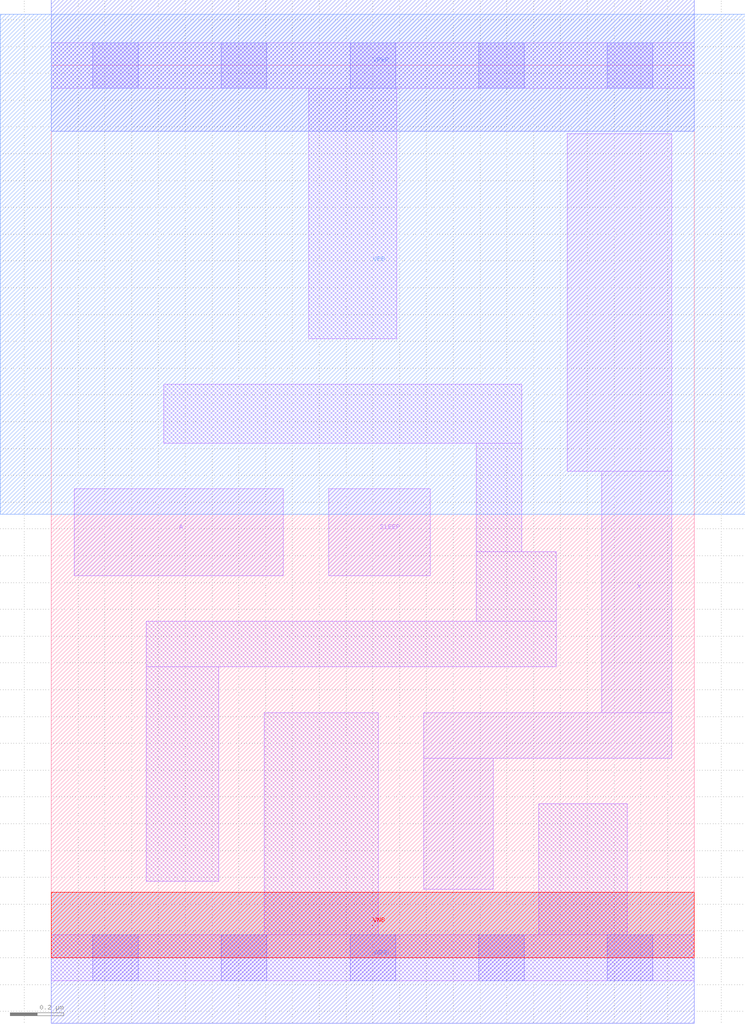
<source format=lef>
# Copyright 2020 The SkyWater PDK Authors
#
# Licensed under the Apache License, Version 2.0 (the "License");
# you may not use this file except in compliance with the License.
# You may obtain a copy of the License at
#
#     https://www.apache.org/licenses/LICENSE-2.0
#
# Unless required by applicable law or agreed to in writing, software
# distributed under the License is distributed on an "AS IS" BASIS,
# WITHOUT WARRANTIES OR CONDITIONS OF ANY KIND, either express or implied.
# See the License for the specific language governing permissions and
# limitations under the License.
#
# SPDX-License-Identifier: Apache-2.0

VERSION 5.7 ;
  NOWIREEXTENSIONATPIN ON ;
  DIVIDERCHAR "/" ;
  BUSBITCHARS "[]" ;
MACRO sky130_fd_sc_lp__isobufsrc_1
  CLASS CORE ;
  FOREIGN sky130_fd_sc_lp__isobufsrc_1 ;
  ORIGIN  0.000000  0.000000 ;
  SIZE  2.400000 BY  3.330000 ;
  SYMMETRY X Y ;
  SITE unit ;
  PIN A
    ANTENNAGATEAREA  0.126000 ;
    DIRECTION INPUT ;
    USE SIGNAL ;
    PORT
      LAYER li1 ;
        RECT 0.085000 1.425000 0.865000 1.750000 ;
    END
  END A
  PIN SLEEP
    ANTENNAGATEAREA  0.315000 ;
    DIRECTION INPUT ;
    USE SIGNAL ;
    PORT
      LAYER li1 ;
        RECT 1.035000 1.425000 1.415000 1.750000 ;
    END
  END SLEEP
  PIN X
    ANTENNADIFFAREA  0.852600 ;
    DIRECTION OUTPUT ;
    USE SIGNAL ;
    PORT
      LAYER li1 ;
        RECT 1.390000 0.255000 1.650000 0.745000 ;
        RECT 1.390000 0.745000 2.315000 0.915000 ;
        RECT 1.925000 1.815000 2.315000 3.075000 ;
        RECT 2.055000 0.915000 2.315000 1.815000 ;
    END
  END X
  PIN VGND
    DIRECTION INOUT ;
    USE GROUND ;
    PORT
      LAYER met1 ;
        RECT 0.000000 -0.245000 2.400000 0.245000 ;
    END
  END VGND
  PIN VNB
    DIRECTION INOUT ;
    USE GROUND ;
    PORT
      LAYER pwell ;
        RECT 0.000000 0.000000 2.400000 0.245000 ;
    END
  END VNB
  PIN VPB
    DIRECTION INOUT ;
    USE POWER ;
    PORT
      LAYER nwell ;
        RECT -0.190000 1.655000 2.590000 3.520000 ;
    END
  END VPB
  PIN VPWR
    DIRECTION INOUT ;
    USE POWER ;
    PORT
      LAYER met1 ;
        RECT 0.000000 3.085000 2.400000 3.575000 ;
    END
  END VPWR
  OBS
    LAYER li1 ;
      RECT 0.000000 -0.085000 2.400000 0.085000 ;
      RECT 0.000000  3.245000 2.400000 3.415000 ;
      RECT 0.355000  0.285000 0.625000 1.085000 ;
      RECT 0.355000  1.085000 1.885000 1.255000 ;
      RECT 0.420000  1.920000 1.755000 2.140000 ;
      RECT 0.795000  0.085000 1.220000 0.915000 ;
      RECT 0.960000  2.310000 1.290000 3.245000 ;
      RECT 1.585000  1.255000 1.885000 1.515000 ;
      RECT 1.585000  1.515000 1.755000 1.920000 ;
      RECT 1.820000  0.085000 2.150000 0.575000 ;
    LAYER mcon ;
      RECT 0.155000 -0.085000 0.325000 0.085000 ;
      RECT 0.155000  3.245000 0.325000 3.415000 ;
      RECT 0.635000 -0.085000 0.805000 0.085000 ;
      RECT 0.635000  3.245000 0.805000 3.415000 ;
      RECT 1.115000 -0.085000 1.285000 0.085000 ;
      RECT 1.115000  3.245000 1.285000 3.415000 ;
      RECT 1.595000 -0.085000 1.765000 0.085000 ;
      RECT 1.595000  3.245000 1.765000 3.415000 ;
      RECT 2.075000 -0.085000 2.245000 0.085000 ;
      RECT 2.075000  3.245000 2.245000 3.415000 ;
  END
END sky130_fd_sc_lp__isobufsrc_1
END LIBRARY

</source>
